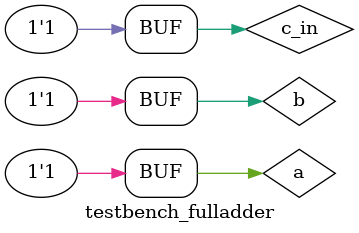
<source format=v>
`timescale 1ns / 1ps


module testbench_fulladder;

	// Inputs
	reg a;
	reg b;
	reg c_in;

	// Outputs
	wire sum;
	wire c_out;

	// Instantiate the Unit Under Test (UUT)
	full_adder uut (
		.a(a), 
		.b(b), 
		.c_in(c_in), 
		.sum(sum), 
		.c_out(c_out)
	);
	
			always@(a or b or c_in) begin
			$monitor("a = %b, b = %b, c_in = %b,c_out = %b , sum = %b", a, b, c_in, c_out, sum); 
		end

	initial begin
		// Initialize Inputs
		a = 0;
		b = 0;
		c_in = 0;

		#10 a = 0;b = 0;c_in = 0;
		#10 a = 0;b = 0;c_in= 1;
		#10 a = 0;b = 1;c_in= 0;
		#10 a = 0;b = 1;c_in= 1;
		#10 a = 1;b = 0;c_in= 0;
		#10 a = 1;b = 0;c_in= 1;
		#10 a = 1;b = 1;c_in= 0;
		#10 a = 1;b = 1;c_in= 1;
		// Wait 100 ns for global reset to finish
		#100;
        
		// Add stimulus here

	end
      
endmodule


</source>
